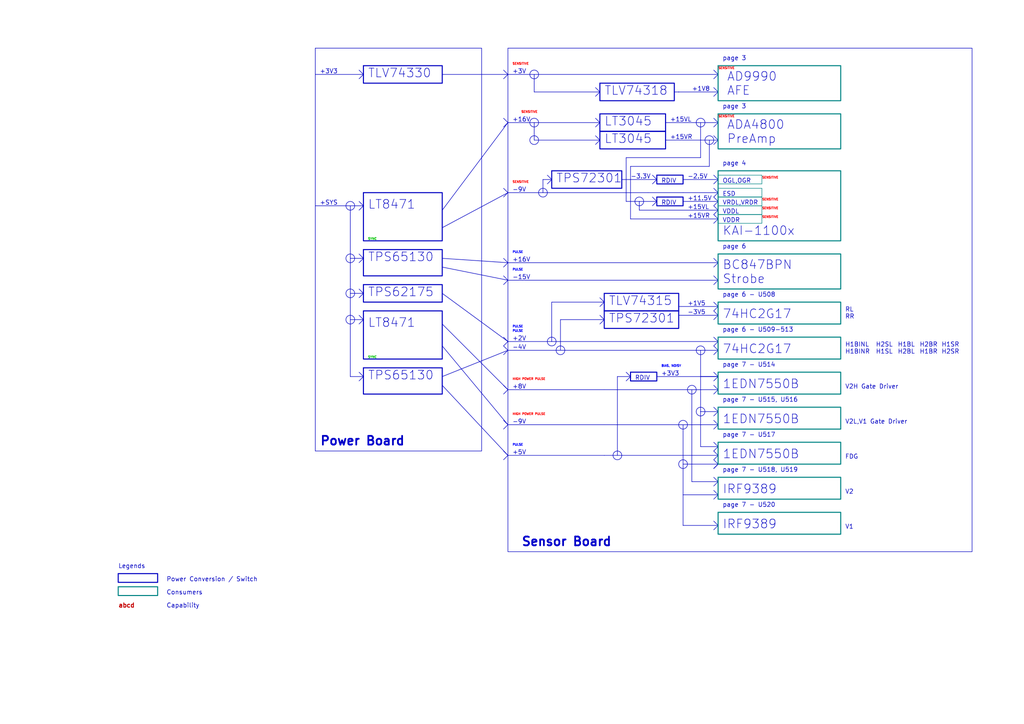
<source format=kicad_sch>
(kicad_sch (version 20230121) (generator eeschema)
  (paper "A4")
  (title_block (title "Sitina 1 Power Plan") (date "2023-11-24") (rev "R0.1") (company "Copyright 2023 Anhang Li") (comment 2 "MERCHANTABILITY, SATISFACTORY QUALITY AND FITNESS FOR A PARTICULAR PURPOSE.") (comment 3 "This source is distributed WITHOUT ANY EXPRESS OR IMPLIED WARRANTY, INCLUDING OF") (comment 4 "This source describes Open Hardware and is licensed under the CERN-OHL-P v2."))
  (lib_symbols)
  (polyline (pts (xy 146.05 133.35) (xy 147.32 132.08)))
  (polyline (pts (xy 207.01 151.13) (xy 208.28 152.4)))
  (polyline (pts (xy 185.42 58.42) (xy 185.42 60.96)))
  (polyline (pts (xy 104.14 91.44) (xy 105.41 92.71)))
  (polyline (pts (xy 162.56 92.71) (xy 162.56 101.6)))
  (polyline (pts (xy 147.32 21.59) (xy 208.28 21.59)))
  (polyline (pts (xy 147.32 101.6) (xy 146.05 100.33)))
  (polyline (pts (xy 207.01 20.32) (xy 208.28 21.59)))
  (polyline (pts (xy 203.2 119.38) (xy 203.2 119.38)))
  (polyline (pts (xy 104.14 110.49) (xy 105.41 109.22)))
  (polyline (pts (xy 146.05 102.87) (xy 147.32 101.6)))
  (polyline (pts (xy 91.44 59.69) (xy 105.41 59.69)))
  (polyline (pts (xy 173.99 91.44) (xy 175.26 92.71)))
  (polyline (pts (xy 207.01 59.69) (xy 208.28 58.42)))
  (polyline (pts (xy 146.05 82.55) (xy 147.32 81.28)))
  (polyline (pts (xy 198.12 52.07) (xy 208.28 52.07)))
  (polyline (pts (xy 154.94 40.64) (xy 173.99 40.64)))
  (polyline (pts (xy 203.2 119.38) (xy 208.28 119.38)))
  (polyline (pts (xy 172.72 25.4) (xy 173.99 26.67)))
  (polyline (pts (xy 208.28 63.5) (xy 182.88 63.5)))
  (polyline (pts (xy 207.01 153.67) (xy 208.28 152.4)))
  (polyline (pts (xy 189.23 50.8) (xy 190.5 52.07)))
  (polyline (pts (xy 198.12 143.51) (xy 198.12 152.4)))
  (polyline (pts (xy 207.01 140.97) (xy 208.28 139.7)))
  (polyline (pts (xy 173.99 86.36) (xy 175.26 87.63)))
  (polyline (pts (xy 207.01 92.71) (xy 208.28 91.44)))
  (polyline (pts (xy 207.01 39.37) (xy 208.28 40.64)))
  (polyline (pts (xy 146.05 57.15) (xy 147.32 55.88)))
  (polyline (pts (xy 128.27 111.76) (xy 147.32 132.08)))
  (polyline (pts (xy 207.01 133.35) (xy 208.28 132.08)))
  (polyline (pts (xy 208.28 134.62) (xy 207.01 133.35)))
  (polyline (pts (xy 198.12 134.62) (xy 208.28 134.62)))
  (polyline (pts (xy 205.74 48.26) (xy 205.74 40.64)))
  (polyline (pts (xy 128.27 21.59) (xy 147.32 21.59)))
  (polyline (pts (xy 207.01 64.77) (xy 208.28 63.5)))
  (polyline (pts (xy 203.2 109.22) (xy 208.28 109.22)))
  (polyline (pts (xy 181.61 110.49) (xy 182.88 109.22)))
  (polyline (pts (xy 193.04 40.64) (xy 208.28 40.64)))
  (polyline (pts (xy 146.05 97.79) (xy 147.32 99.06)))
  (polyline (pts (xy 207.01 34.29) (xy 208.28 35.56)))
  (polyline (pts (xy 207.01 50.8) (xy 208.28 52.07)))
  (polyline (pts (xy 189.23 53.34) (xy 190.5 52.07)))
  (polyline (pts (xy 207.01 142.24) (xy 208.28 143.51)))
  (polyline (pts (xy 128.27 85.09) (xy 147.32 99.06)))
  (polyline (pts (xy 207.01 135.89) (xy 208.28 134.62)))
  (polyline (pts (xy 146.05 36.83) (xy 147.32 35.56)))
  (polyline (pts (xy 104.14 76.2) (xy 105.41 74.93)))
  (polyline (pts (xy 146.05 34.29) (xy 147.32 35.56)))
  (polyline (pts (xy 182.88 63.5) (xy 182.88 48.26)))
  (polyline (pts (xy 154.94 21.59) (xy 154.94 26.67)))
  (polyline (pts (xy 104.14 83.82) (xy 105.41 85.09)))
  (polyline (pts (xy 157.48 52.07) (xy 157.48 55.88)))
  (polyline (pts (xy 195.58 26.67) (xy 196.85 26.67)))
  (polyline (pts (xy 146.05 22.86) (xy 147.32 21.59)))
  (polyline (pts (xy 196.85 91.44) (xy 208.28 91.44)))
  (polyline (pts (xy 208.28 55.88) (xy 207.01 54.61)))
  (polyline (pts (xy 172.72 34.29) (xy 173.99 35.56)))
  (polyline (pts (xy 196.85 26.67) (xy 196.85 26.67)))
  (polyline (pts (xy 101.6 92.71) (xy 105.41 92.71)))
  (polyline (pts (xy 160.02 87.63) (xy 160.02 99.06)))
  (polyline (pts (xy 128.27 77.47) (xy 147.32 81.28)))
  (polyline (pts (xy 196.85 26.67) (xy 208.28 26.67)))
  (polyline (pts (xy 154.94 35.56) (xy 154.94 40.64)))
  (polyline (pts (xy 101.6 85.09) (xy 105.41 85.09)))
  (polyline (pts (xy 180.34 52.07) (xy 190.5 52.07)))
  (polyline (pts (xy 181.61 107.95) (xy 182.88 109.22)))
  (polyline (pts (xy 146.05 54.61) (xy 147.32 55.88)))
  (polyline (pts (xy 208.28 63.5) (xy 207.01 62.23)))
  (polyline (pts (xy 207.01 138.43) (xy 208.28 139.7)))
  (polyline (pts (xy 104.14 73.66) (xy 105.41 74.93)))
  (polyline (pts (xy 172.72 41.91) (xy 173.99 40.64)))
  (polyline (pts (xy 162.56 92.71) (xy 175.26 92.71)))
  (polyline (pts (xy 104.14 93.98) (xy 105.41 92.71)))
  (polyline (pts (xy 175.26 132.08) (xy 208.28 132.08)))
  (polyline (pts (xy 91.44 21.59) (xy 105.41 21.59)))
  (polyline (pts (xy 181.61 58.42) (xy 184.15 58.42)))
  (polyline (pts (xy 208.28 129.54) (xy 207.01 130.81)))
  (polyline (pts (xy 146.05 77.47) (xy 147.32 76.2)))
  (polyline (pts (xy 147.32 113.03) (xy 146.05 111.76)))
  (polyline (pts (xy 207.01 77.47) (xy 208.28 76.2)))
  (polyline (pts (xy 207.01 97.79) (xy 208.28 99.06)))
  (polyline (pts (xy 101.6 109.22) (xy 105.41 109.22)))
  (polyline (pts (xy 128.27 100.33) (xy 147.32 123.19)))
  (polyline (pts (xy 184.15 58.42) (xy 190.5 58.42)))
  (polyline (pts (xy 104.14 86.36) (xy 105.41 85.09)))
  (polyline (pts (xy 207.01 27.94) (xy 208.28 26.67)))
  (polyline (pts (xy 175.26 123.19) (xy 208.28 123.19)))
  (polyline (pts (xy 147.32 101.6) (xy 208.28 101.6)))
  (polyline (pts (xy 175.26 113.03) (xy 208.28 113.03)))
  (polyline (pts (xy 190.5 109.22) (xy 208.28 109.22)))
  (polyline (pts (xy 207.01 124.46) (xy 208.28 123.19)))
  (polyline (pts (xy 207.01 53.34) (xy 208.28 52.07)))
  (polyline (pts (xy 104.14 20.32) (xy 105.41 21.59)))
  (polyline (pts (xy 128.27 93.98) (xy 147.32 113.03)))
  (polyline (pts (xy 208.28 60.96) (xy 207.01 59.69)))
  (polyline (pts (xy 207.01 87.63) (xy 208.28 88.9)))
  (polyline (pts (xy 207.01 36.83) (xy 208.28 35.56)))
  (polyline (pts (xy 203.2 45.72) (xy 203.2 35.56)))
  (polyline (pts (xy 207.01 41.91) (xy 208.28 40.64)))
  (polyline (pts (xy 207.01 102.87) (xy 208.28 101.6)))
  (polyline (pts (xy 128.27 60.96) (xy 147.32 35.56)))
  (polyline (pts (xy 207.01 57.15) (xy 208.28 55.88)))
  (polyline (pts (xy 128.27 74.93) (xy 147.32 76.2)))
  (polyline (pts (xy 157.48 52.07) (xy 160.02 52.07)))
  (polyline (pts (xy 185.42 60.96) (xy 208.28 60.96)))
  (polyline (pts (xy 207.01 90.17) (xy 208.28 91.44)))
  (polyline (pts (xy 172.72 36.83) (xy 173.99 35.56)))
  (polyline (pts (xy 146.05 124.46) (xy 147.32 123.19)))
  (polyline (pts (xy 207.01 120.65) (xy 208.28 119.38)))
  (polyline (pts (xy 198.12 58.42) (xy 208.28 58.42)))
  (polyline (pts (xy 207.01 74.93) (xy 208.28 76.2)))
  (polyline (pts (xy 128.27 109.22) (xy 147.32 101.6)))
  (polyline (pts (xy 189.23 59.69) (xy 190.5 58.42)))
  (polyline (pts (xy 160.02 87.63) (xy 175.26 87.63)))
  (polyline (pts (xy 198.12 143.51) (xy 208.28 143.51)))
  (polyline (pts (xy 154.94 26.67) (xy 173.99 26.67)))
  (polyline (pts (xy 189.23 57.15) (xy 190.5 58.42)))
  (polyline (pts (xy 146.05 114.3) (xy 147.32 113.03)))
  (polyline (pts (xy 173.99 88.9) (xy 175.26 87.63)))
  (polyline (pts (xy 128.27 66.04) (xy 147.32 55.88)))
  (polyline (pts (xy 207.01 118.11) (xy 208.28 119.38)))
  (polyline (pts (xy 207.01 90.17) (xy 208.28 88.9)))
  (polyline (pts (xy 181.61 45.72) (xy 181.61 58.42)))
  (polyline (pts (xy 198.12 123.19) (xy 198.12 143.51)))
  (polyline (pts (xy 207.01 130.81) (xy 208.28 132.08)))
  (polyline (pts (xy 147.32 123.19) (xy 175.26 123.19)))
  (polyline (pts (xy 208.28 58.42) (xy 207.01 57.15)))
  (polyline (pts (xy 207.01 111.76) (xy 208.28 113.03)))
  (polyline (pts (xy 172.72 39.37) (xy 173.99 40.64)))
  (polyline (pts (xy 179.07 109.22) (xy 179.07 132.08)))
  (polyline (pts (xy 207.01 135.89) (xy 208.28 134.62)))
  (polyline (pts (xy 146.05 74.93) (xy 147.32 76.2)))
  (polyline (pts (xy 158.75 50.8) (xy 160.02 52.07)))
  (polyline (pts (xy 207.01 62.23) (xy 208.28 60.96)))
  (polyline (pts (xy 207.01 80.01) (xy 208.28 81.28)))
  (polyline (pts (xy 207.01 100.33) (xy 208.28 101.6)))
  (polyline (pts (xy 147.32 132.08) (xy 146.05 130.81)))
  (polyline (pts (xy 104.14 22.86) (xy 105.41 21.59)))
  (polyline (pts (xy 146.05 80.01) (xy 147.32 81.28)))
  (polyline (pts (xy 207.01 114.3) (xy 208.28 113.03)))
  (polyline (pts (xy 200.66 139.7) (xy 208.28 139.7)))
  (polyline (pts (xy 198.12 152.4) (xy 208.28 152.4)))
  (polyline (pts (xy 147.32 99.06) (xy 208.28 99.06)))
  (polyline (pts (xy 101.6 59.69) (xy 101.6 109.22)))
  (polyline (pts (xy 147.32 132.08) (xy 175.26 132.08)))
  (polyline (pts (xy 147.32 81.28) (xy 208.28 81.28)))
  (polyline (pts (xy 187.96 55.88) (xy 198.12 55.88)))
  (polyline (pts (xy 207.01 121.92) (xy 208.28 123.19)))
  (polyline (pts (xy 147.32 76.2) (xy 208.28 76.2)))
  (polyline (pts (xy 146.05 121.92) (xy 147.32 123.19)))
  (polyline (pts (xy 207.01 100.33) (xy 208.28 99.06)))
  (polyline (pts (xy 101.6 74.93) (xy 105.41 74.93)))
  (polyline (pts (xy 147.32 113.03) (xy 175.26 113.03)))
  (polyline (pts (xy 104.14 60.96) (xy 105.41 59.69)))
  (polyline (pts (xy 172.72 27.94) (xy 173.99 26.67)))
  (polyline (pts (xy 146.05 20.32) (xy 147.32 21.59)))
  (polyline (pts (xy 158.75 53.34) (xy 160.02 52.07)))
  (polyline (pts (xy 104.14 58.42) (xy 105.41 59.69)))
  (polyline (pts (xy 147.32 55.88) (xy 187.96 55.88)))
  (polyline (pts (xy 207.01 110.49) (xy 208.28 109.22)))
  (polyline (pts (xy 193.04 35.56) (xy 208.28 35.56)))
  (polyline (pts (xy 173.99 93.98) (xy 175.26 92.71)))
  (polyline (pts (xy 182.88 48.26) (xy 205.74 48.26)))
  (polyline (pts (xy 203.2 129.54) (xy 208.28 129.54)))
  (polyline (pts (xy 181.61 45.72) (xy 203.2 45.72)))
  (polyline (pts (xy 196.85 88.9) (xy 208.28 88.9)))
  (polyline (pts (xy 104.14 107.95) (xy 105.41 109.22)))
  (polyline (pts (xy 208.28 21.59) (xy 207.01 22.86)))
  (polyline (pts (xy 147.32 35.56) (xy 173.99 35.56)))
  (polyline (pts (xy 207.01 128.27) (xy 208.28 129.54)))
  (polyline (pts (xy 203.2 119.38) (xy 203.2 129.54)))
  (polyline (pts (xy 179.07 109.22) (xy 182.88 109.22)))
  (polyline (pts (xy 203.2 101.6) (xy 203.2 119.38)))
  (polyline (pts (xy 207.01 25.4) (xy 208.28 26.67)))
  (polyline (pts (xy 207.01 107.95) (xy 208.28 109.22)))
  (polyline (pts (xy 146.05 100.33) (xy 147.32 99.06)))
  (polyline (pts (xy 198.12 55.88) (xy 208.28 55.88)))
  (polyline (pts (xy 207.01 144.78) (xy 208.28 143.51)))
  (polyline (pts (xy 207.01 82.55) (xy 208.28 81.28)))
  (polyline (pts (xy 200.66 113.03) (xy 200.66 139.7)))
  (circle (center 154.94 21.59) (radius 1.27))
  (rectangle (start 182.88 107.95) (end 190.5 110.49) (stroke (width 0.3)))
  (rectangle (start 208.28 33.02) (end 243.84 43.18) (stroke (width 0.3) (color 0 132 132 1)))
  (rectangle (start 173.99 24.13) (end 195.58 29.21) (stroke (width 0.3)))
  (rectangle (start 190.5 57.15) (end 198.12 59.69) (stroke (width 0.3)))
  (rectangle (start 173.99 38.1) (end 193.04 43.18) (stroke (width 0.3)))
  (rectangle (start 208.28 19.05) (end 243.84 29.21) (stroke (width 0.3) (color 0 132 132 1)))
  (circle (center 185.42 58.42) (radius 1.27))
  (rectangle (start 105.41 106.68) (end 128.27 114.3) (stroke (width 0.3)))
  (rectangle (start 105.41 19.05) (end 128.27 24.13) (stroke (width 0.3)))
  (rectangle (start 91.44 13.97) (end 139.7 130.81))
  (rectangle (start 208.28 59.69) (end 220.98 62.23) (stroke (width 0) (color 0 132 132 1)))
  (rectangle (start 208.28 50.8) (end 220.98 53.34) (stroke (width 0) (color 0 132 132 1)))
  (rectangle (start 105.41 72.39) (end 128.27 80.01) (stroke (width 0.3)))
  (circle (center 157.48 55.88) (radius 1.27))
  (rectangle (start 105.41 55.88) (end 128.27 69.85) (stroke (width 0.3)))
  (circle (center 101.6 85.09) (radius 1.27))
  (circle (center 154.94 40.64) (radius 1.27))
  (rectangle (start 147.32 13.97) (end 281.94 160.02))
  (circle (center 203.2 119.38) (radius 1.27))
  (rectangle (start 208.28 128.27) (end 243.84 134.62) (stroke (width 0.3) (color 0 132 132 1)))
  (circle (center 162.56 101.6) (radius 1.27))
  (circle (center 101.6 92.71) (radius 1.27))
  (rectangle (start 34.29 166.37) (end 45.72 168.91) (stroke (width 0.3)))
  (circle (center 101.6 59.69) (radius 1.27))
  (rectangle (start 208.28 87.63) (end 243.84 93.98) (stroke (width 0.3) (color 0 132 132 1)))
  (rectangle (start 208.28 97.79) (end 243.84 104.14) (stroke (width 0.3) (color 0 132 132 1)))
  (circle (center 200.66 113.03) (radius 1.27))
  (rectangle (start 208.28 118.11) (end 243.84 124.46) (stroke (width 0.3) (color 0 132 132 1)))
  (rectangle (start 173.99 33.02) (end 193.04 38.1) (stroke (width 0.3)))
  (rectangle (start 208.28 49.53) (end 243.84 69.85) (stroke (width 0.3) (color 0 132 132 1)))
  (rectangle (start 208.28 107.95) (end 243.84 114.3) (stroke (width 0.3) (color 0 132 132 1)))
  (circle (center 101.6 74.93) (radius 1.27))
  (rectangle (start 105.41 82.55) (end 128.27 87.63) (stroke (width 0.3)))
  (rectangle (start 160.02 49.53) (end 180.34 54.61) (stroke (width 0.3)))
  (circle (center 203.2 101.6) (radius 1.27))
  (circle (center 160.02 99.06) (radius 1.27))
  (rectangle (start 208.28 73.66) (end 243.84 83.82) (stroke (width 0.3) (color 0 132 132 1)))
  (circle (center 198.12 123.19) (radius 1.27))
  (rectangle (start 34.29 170.18) (end 45.72 172.72) (stroke (width 0.3) (color 0 132 132 1)))
  (circle (center 154.94 35.56) (radius 1.27))
  (rectangle (start 208.28 62.23) (end 220.98 64.77) (stroke (width 0) (color 0 132 132 1)))
  (rectangle (start 105.41 90.17) (end 128.27 104.14) (stroke (width 0.3)))
  (rectangle (start 175.26 85.09) (end 196.85 90.17) (stroke (width 0.3)))
  (rectangle (start 208.28 57.15) (end 220.98 59.69) (stroke (width 0) (color 0 132 132 1)))
  (circle (center 203.2 35.56) (radius 1.27))
  (rectangle (start 175.26 90.17) (end 196.85 95.25) (stroke (width 0.3)))
  (circle (center 205.74 40.64) (radius 1.27))
  (rectangle (start 190.5 50.8) (end 198.12 53.34) (stroke (width 0.3)))
  (rectangle (start 208.28 54.61) (end 220.98 57.15) (stroke (width 0) (color 0 132 132 1)))
  (circle (center 179.07 132.08) (radius 1.27))
  (rectangle (start 208.28 138.43) (end 243.84 144.78) (stroke (width 0.3) (color 0 132 132 1)))
  (rectangle (start 208.28 148.59) (end 243.84 154.94) (stroke (width 0.3) (color 0 132 132 1)))
  (circle (center 198.12 134.62) (radius 1.27))
  (text "page 7 - U520" (at 209.55 147.32 0) (effects (font (size 1.27 1.27)) (justify left bottom)))
  (text "page 6 - U509-513" (at 209.55 96.52 0) (effects (font (size 1.27 1.27)) (justify left bottom)))
  (text "LT3045" (at 175.26 41.91 0) (effects (font (size 2.54 2.54)) (justify left bottom)))
  (text "+1V8" (at 200.66 26.67 0) (effects (font (size 1.27 1.27)) (justify left bottom)))
  (text "IRF9389" (at 209.55 143.51 0) (effects (font (size 2.54 2.54)) (justify left bottom)))
  (text "Sensor Board" (at 151.13 158.75 0) (effects (font (size 2.54 2.54) (thickness 0.508) bold) (justify left bottom)))
  (text "74HC2G17" (at 209.55 102.87 0) (effects (font (size 2.54 2.54)) (justify left bottom)))
  (text "V2" (at 245.11 143.51 0) (effects (font (size 1.27 1.27)) (justify left bottom)))
  (text "HIGH POWER PULSE" (at 148.59 120.65 0) (effects (font (size 0.635 0.635)) (justify left bottom)))
  (text "PULSE" (at 148.59 95.25 0) (effects (font (size 0.635 0.635)) (justify left bottom)))
  (text "-3.3V" (at 182.88 52.07 0) (effects (font (size 1.27 1.27)) (justify left bottom)))
  (text "1EDN7550B" (at 209.55 123.19 0) (effects (font (size 2.54 2.54)) (justify left bottom)))
  (text "+15VL" (at 194.31 35.56 0) (effects (font (size 1.27 1.27)) (justify left bottom)))
  (text "page 7 - U518, U519" (at 209.55 137.16 0) (effects (font (size 1.27 1.27)) (justify left bottom)))
  (text "H2BR\nH1BR" (at 266.7 102.87 0) (effects (font (size 1.27 1.27)) (justify left bottom)))
  (text "Power Board" (at 92.71 129.54 0) (effects (font (size 2.54 2.54) (thickness 0.508) bold) (justify left bottom)))
  (text "SENSITIVE" (at 151.13 33.02 0) (effects (font (size 0.635 0.635)) (justify left bottom)))
  (text "SENSITIVE" (at 208.28 34.29 0) (effects (font (size 0.635 0.635)) (justify left bottom)))
  (text "RDIV" (at 191.77 59.69 0) (effects (font (size 1.27 1.27)) (justify left bottom)))
  (text "ADA4800 \nPreAmp" (at 210.82 41.91 0) (effects (font (size 2.54 2.54)) (justify left bottom)))
  (text "page 7 - U517" (at 209.55 127 0) (effects (font (size 1.27 1.27)) (justify left bottom)))
  (text "page 7 - U514" (at 209.55 106.68 0) (effects (font (size 1.27 1.27)) (justify left bottom)))
  (text "Legends" (at 34.29 165.1 0) (effects (font (size 1.27 1.27)) (justify left bottom)))
  (text "BIAS, NOISY" (at 191.77 106.68 0) (effects (font (size 0.635 0.635)) (justify left bottom)))
  (text "TPS65130" (at 106.68 110.49 0) (effects (font (size 2.54 2.54)) (justify left bottom)))
  (text "TLV74315" (at 176.53 88.9 0) (effects (font (size 2.54 2.54)) (justify left bottom)))
  (text "V1" (at 245.11 153.67 0) (effects (font (size 1.27 1.27)) (justify left bottom)))
  (text "+15VR" (at 194.31 40.64 0) (effects (font (size 1.27 1.27)) (justify left bottom)))
  (text "Power Conversion / Switch" (at 48.26 168.91 0) (effects (font (size 1.27 1.27)) (justify left bottom)))
  (text "SENSITIVE" (at 220.98 63.5 0) (effects (font (size 0.635 0.635)) (justify left bottom)))
  (text "TPS72301" (at 176.53 93.98 0) (effects (font (size 2.54 2.54)) (justify left bottom)))
  (text "SYNC" (at 106.68 104.14 0) (effects (font (size 0.635 0.635)) (justify left bottom)))
  (text "PULSE" (at 148.59 96.52 0) (effects (font (size 0.635 0.635)) (justify left bottom)))
  (text "SENSITIVE" (at 148.59 53.34 0) (effects (font (size 0.635 0.635)) (justify left bottom)))
  (text "IRF9389" (at 209.55 153.67 0) (effects (font (size 2.54 2.54)) (justify left bottom)))
  (text "VRDL,VRDR" (at 209.55 59.69 0) (effects (font (size 1.27 1.27)) (justify left bottom)))
  (text "Consumers" (at 48.26 172.72 0) (effects (font (size 1.27 1.27)) (justify left bottom)))
  (text "VDDR" (at 209.55 64.77 0) (effects (font (size 1.27 1.27)) (justify left bottom)))
  (text "TPS65130" (at 106.68 76.2 0) (effects (font (size 2.54 2.54)) (justify left bottom)))
  (text "RDIV" (at 191.77 53.34 0) (effects (font (size 1.27 1.27)) (justify left bottom)))
  (text "PULSE" (at 148.59 78.74 0) (effects (font (size 0.635 0.635)) (justify left bottom)))
  (text "H2SL\nH1SL" (at 254 102.87 0) (effects (font (size 1.27 1.27)) (justify left bottom)))
  (text "74HC2G17" (at 209.55 92.71 0) (effects (font (size 2.54 2.54)) (justify left bottom)))
  (text "1EDN7550B" (at 209.55 133.35 0) (effects (font (size 2.54 2.54)) (justify left bottom)))
  (text "+16V" (at 148.59 76.2 0) (effects (font (size 1.27 1.27)) (justify left bottom)))
  (text "+3V3" (at 92.71 21.59 0) (effects (font (size 1.27 1.27)) (justify left bottom)))
  (text "PULSE" (at 148.59 129.54 0) (effects (font (size 0.635 0.635)) (justify left bottom)))
  (text "+SYS" (at 92.71 59.69 0) (effects (font (size 1.27 1.27)) (justify left bottom)))
  (text "OGL,OGR" (at 209.55 53.34 0) (effects (font (size 1.27 1.27)) (justify left bottom)))
  (text "AD9990\nAFE" (at 210.82 27.94 0) (effects (font (size 2.54 2.54)) (justify left bottom)))
  (text "KAI-1100x" (at 209.55 68.58 0) (effects (font (size 2.54 2.54)) (justify left bottom)))
  (text "-9V" (at 148.59 55.88 0) (effects (font (size 1.27 1.27)) (justify left bottom)))
  (text "RL\nRR" (at 245.11 92.71 0) (effects (font (size 1.27 1.27)) (justify left bottom)))
  (text "H1BINL\nH1BINR" (at 245.11 102.87 0) (effects (font (size 1.27 1.27)) (justify left bottom)))
  (text "V2L,V1 Gate Driver" (at 245.11 123.19 0) (effects (font (size 1.27 1.27)) (justify left bottom)))
  (text "+3V" (at 148.59 21.59 0) (effects (font (size 1.27 1.27)) (justify left bottom)))
  (text "SYNC" (at 106.68 69.85 0) (effects (font (size 0.635 0.635)) (justify left bottom)))
  (text "page 3" (at 209.55 17.78 0) (effects (font (size 1.27 1.27)) (justify left bottom)))
  (text "-15V" (at 148.59 81.28 0) (effects (font (size 1.27 1.27)) (justify left bottom)))
  (text "SENSITIVE" (at 208.28 20.32 0) (effects (font (size 0.635 0.635)) (justify left bottom)))
  (text "PULSE" (at 148.59 73.66 0) (effects (font (size 0.635 0.635)) (justify left bottom)))
  (text "LT8471" (at 106.68 60.96 0) (effects (font (size 2.54 2.54)) (justify left bottom)))
  (text "page 7 - U515, U516" (at 209.55 116.84 0) (effects (font (size 1.27 1.27)) (justify left bottom)))
  (text "LT3045" (at 175.26 36.83 0) (effects (font (size 2.54 2.54)) (justify left bottom)))
  (text "page 3" (at 209.55 31.75 0) (effects (font (size 1.27 1.27)) (justify left bottom)))
  (text "+15VR" (at 199.39 63.5 0) (effects (font (size 1.27 1.27)) (justify left bottom)))
  (text "TLV74330" (at 106.68 22.86 0) (effects (font (size 2.54 2.54)) (justify left bottom)))
  (text "+16V" (at 148.59 35.56 0) (effects (font (size 1.27 1.27)) (justify left bottom)))
  (text "+1V5" (at 199.39 88.9 0) (effects (font (size 1.27 1.27)) (justify left bottom)))
  (text "+8V" (at 148.59 113.03 0) (effects (font (size 1.27 1.27)) (justify left bottom)))
  (text "SENSITIVE" (at 220.98 60.96 0) (effects (font (size 0.635 0.635)) (justify left bottom)))
  (text "VDDL" (at 209.55 62.23 0) (effects (font (size 1.27 1.27)) (justify left bottom)))
  (text "Capability" (at 48.26 176.53 0) (effects (font (size 1.27 1.27)) (justify left bottom)))
  (text "TLV74318" (at 175.26 27.94 0) (effects (font (size 2.54 2.54)) (justify left bottom)))
  (text "SENSITIVE" (at 220.98 52.07 0) (effects (font (size 0.635 0.635)) (justify left bottom)))
  (text "-9V" (at 148.59 123.19 0) (effects (font (size 1.27 1.27)) (justify left bottom)))
  (text "TPS62175" (at 106.68 86.36 0) (effects (font (size 2.54 2.54)) (justify left bottom)))
  (text "page 6 - U508" (at 209.55 86.36 0) (effects (font (size 1.27 1.27)) (justify left bottom)))
  (text "BC847BPN\nStrobe" (at 209.55 82.55 0) (effects (font (size 2.54 2.54)) (justify left bottom)))
  (text "-4V" (at 148.59 101.6 0) (effects (font (size 1.27 1.27)) (justify left bottom)))
  (text "H1SR\nH2SR" (at 273.05 102.87 0) (effects (font (size 1.27 1.27)) (justify left bottom)))
  (text "+5V" (at 148.59 132.08 0) (effects (font (size 1.27 1.27)) (justify left bottom)))
  (text "ESD" (at 209.55 57.15 0) (effects (font (size 1.27 1.27)) (justify left bottom)))
  (text "+11.5V" (at 199.39 58.42 0) (effects (font (size 1.27 1.27)) (justify left bottom)))
  (text "TPS72301" (at 161.29 53.34 0) (effects (font (size 2.54 2.54)) (justify left bottom)))
  (text "page 6" (at 209.55 72.39 0) (effects (font (size 1.27 1.27)) (justify left bottom)))
  (text "SENSITIVE" (at 148.59 19.05 0) (effects (font (size 0.635 0.635)) (justify left bottom)))
  (text "H1BL\nH2BL" (at 260.35 102.87 0) (effects (font (size 1.27 1.27)) (justify left bottom)))
  (text "FDG" (at 245.11 133.35 0) (effects (font (size 1.27 1.27)) (justify left bottom)))
  (text "LT8471" (at 106.68 95.25 0) (effects (font (size 2.54 2.54)) (justify left bottom)))
  (text "1EDN7550B" (at 209.55 113.03 0) (effects (font (size 2.54 2.54)) (justify left bottom)))
  (text "-2.5V" (at 199.39 52.07 0) (effects (font (size 1.27 1.27)) (justify left bottom)))
  (text "RDIV" (at 184.15 110.49 0) (effects (font (size 1.27 1.27)) (justify left bottom)))
  (text "V2H Gate Driver" (at 245.11 113.03 0) (effects (font (size 1.27 1.27)) (justify left bottom)))
  (text "+15VL" (at 199.39 60.96 0) (effects (font (size 1.27 1.27)) (justify left bottom)))
  (text "HIGH POWER PULSE" (at 148.59 110.49 0) (effects (font (size 0.635 0.635)) (justify left bottom)))
  (text "-3V5" (at 199.39 91.44 0) (effects (font (size 1.27 1.27)) (justify left bottom)))
  (text "page 4" (at 209.55 48.26 0) (effects (font (size 1.27 1.27)) (justify left bottom)))
  (text "+3V3" (at 191.77 109.22 0) (effects (font (size 1.27 1.27)) (justify left bottom)))
  (text "SENSITIVE" (at 220.98 58.42 0) (effects (font (size 0.635 0.635)) (justify left bottom)))
  (text "abcd" (at 34.29 176.53 0) (effects (font (size 1.27 1.27) (thickness 0.254) bold) (justify left bottom)))
  (text "+2V" (at 148.59 99.06 0) (effects (font (size 1.27 1.27)) (justify left bottom)))
)
</source>
